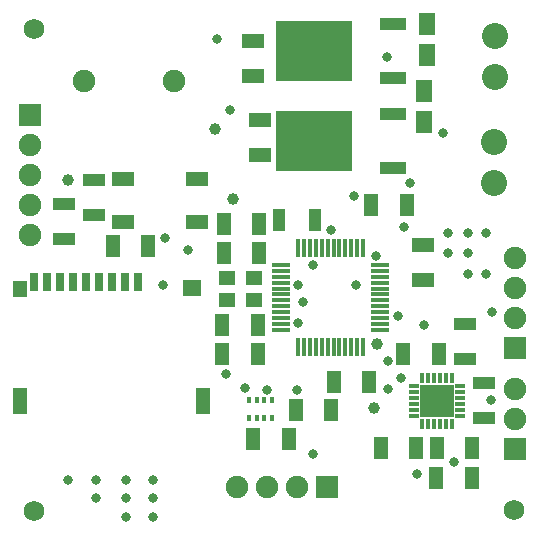
<source format=gts>
G04*
G04 #@! TF.GenerationSoftware,Altium Limited,Altium Designer,21.6.1 (37)*
G04*
G04 Layer_Color=8388736*
%FSLAX25Y25*%
%MOIN*%
G70*
G04*
G04 #@! TF.SameCoordinates,5AA223CE-A3B5-4ABD-9865-E1F73ECA8A72*
G04*
G04*
G04 #@! TF.FilePolarity,Negative*
G04*
G01*
G75*
%ADD17R,0.02756X0.06299*%
%ADD18R,0.04724X0.05512*%
%ADD19R,0.04724X0.08661*%
%ADD20R,0.06299X0.05512*%
%ADD35R,0.07480X0.04331*%
%ADD36R,0.04921X0.07480*%
%ADD37R,0.07480X0.04724*%
%ADD38R,0.05236X0.07480*%
%ADD39R,0.25210X0.20091*%
%ADD40R,0.08819X0.04291*%
%ADD41R,0.07480X0.04921*%
%ADD42R,0.03543X0.01378*%
%ADD43R,0.01378X0.03543*%
%ADD44R,0.11221X0.10827*%
%ADD45R,0.05512X0.04724*%
%ADD46R,0.04331X0.07480*%
%ADD47R,0.01772X0.02362*%
%ADD48R,0.06102X0.01575*%
%ADD49R,0.01575X0.06102*%
%ADD50C,0.08674*%
%ADD51C,0.06800*%
%ADD52C,0.07493*%
%ADD53R,0.07493X0.07493*%
%ADD54R,0.07493X0.07493*%
%ADD55C,0.03162*%
%ADD56C,0.03950*%
D17*
X436811Y301378D02*
D03*
X432480D02*
D03*
X428150D02*
D03*
X423819D02*
D03*
X419488D02*
D03*
X415158D02*
D03*
X410827D02*
D03*
X406496D02*
D03*
X402165D02*
D03*
D18*
X397441Y299016D02*
D03*
D19*
Y261614D02*
D03*
X458465Y261614D02*
D03*
D20*
X454921Y299410D02*
D03*
D35*
X545669Y287402D02*
D03*
Y275591D02*
D03*
X551968Y267717D02*
D03*
Y255906D02*
D03*
X422048Y323622D02*
D03*
Y335433D02*
D03*
X412205Y315748D02*
D03*
Y327559D02*
D03*
D36*
X440157Y313386D02*
D03*
X428346D02*
D03*
X525197Y277559D02*
D03*
X537008D02*
D03*
X548228Y246063D02*
D03*
X536417D02*
D03*
X548031Y236220D02*
D03*
X536220D02*
D03*
X517717Y246063D02*
D03*
X529528D02*
D03*
X514567Y327166D02*
D03*
X526378D02*
D03*
X465355Y320866D02*
D03*
X477166D02*
D03*
X464961Y277559D02*
D03*
X476772D02*
D03*
X501181Y258661D02*
D03*
X489370D02*
D03*
X475197Y249213D02*
D03*
X487008D02*
D03*
X513779Y268110D02*
D03*
X501968D02*
D03*
X464961Y287008D02*
D03*
X476772D02*
D03*
X477165Y311023D02*
D03*
X465354D02*
D03*
D37*
X456299Y321260D02*
D03*
X431890D02*
D03*
Y335827D02*
D03*
X456299D02*
D03*
D38*
X533071Y377166D02*
D03*
D03*
Y387480D02*
D03*
X532283Y364960D02*
D03*
D03*
Y354645D02*
D03*
D39*
X495331Y378346D02*
D03*
Y348425D02*
D03*
D40*
X521654Y387323D02*
D03*
Y369370D02*
D03*
Y357402D02*
D03*
Y339449D02*
D03*
D41*
X475197Y381890D02*
D03*
Y370079D02*
D03*
X531890Y301969D02*
D03*
Y313780D02*
D03*
X477559Y355512D02*
D03*
Y343701D02*
D03*
D42*
X528740Y266732D02*
D03*
Y264764D02*
D03*
Y262795D02*
D03*
Y260827D02*
D03*
Y258858D02*
D03*
Y256890D02*
D03*
X544095D02*
D03*
Y258858D02*
D03*
Y260827D02*
D03*
Y262795D02*
D03*
Y264764D02*
D03*
Y266732D02*
D03*
D43*
X531496Y254134D02*
D03*
X533465D02*
D03*
X535433D02*
D03*
X537402D02*
D03*
X539370D02*
D03*
X541339D02*
D03*
Y269488D02*
D03*
X539370D02*
D03*
X537402D02*
D03*
X535433D02*
D03*
X533465D02*
D03*
X531496D02*
D03*
D44*
X536417Y261811D02*
D03*
D45*
X466546Y302751D02*
D03*
X475601D02*
D03*
X466607Y295242D02*
D03*
X475619Y295306D02*
D03*
D46*
X483858Y322047D02*
D03*
X495669D02*
D03*
D47*
X481496Y255906D02*
D03*
X478937D02*
D03*
X473819D02*
D03*
X481496Y262205D02*
D03*
X478937D02*
D03*
X476378D02*
D03*
Y255906D02*
D03*
X473819Y262205D02*
D03*
D48*
X484350Y307087D02*
D03*
Y305118D02*
D03*
Y303150D02*
D03*
Y301181D02*
D03*
Y299213D02*
D03*
Y297244D02*
D03*
Y295276D02*
D03*
Y293307D02*
D03*
Y291339D02*
D03*
Y289370D02*
D03*
Y287402D02*
D03*
X517618Y307087D02*
D03*
Y305118D02*
D03*
Y303150D02*
D03*
Y301181D02*
D03*
Y299213D02*
D03*
Y297244D02*
D03*
Y295276D02*
D03*
Y293307D02*
D03*
Y291339D02*
D03*
Y289370D02*
D03*
Y287402D02*
D03*
Y285433D02*
D03*
X484350D02*
D03*
D49*
X492126Y279626D02*
D03*
X494095D02*
D03*
X496063D02*
D03*
X498032D02*
D03*
X500000D02*
D03*
X501968D02*
D03*
X503937D02*
D03*
X505905D02*
D03*
X507874D02*
D03*
X509842D02*
D03*
X511811D02*
D03*
X509842Y312894D02*
D03*
X507874D02*
D03*
X505905D02*
D03*
X503937D02*
D03*
X501968D02*
D03*
X500000D02*
D03*
X498032D02*
D03*
X496063D02*
D03*
X494095D02*
D03*
X492126D02*
D03*
X490158D02*
D03*
Y279626D02*
D03*
X511811Y312894D02*
D03*
D50*
X555709Y383465D02*
D03*
Y369685D02*
D03*
X555512Y348031D02*
D03*
Y334252D02*
D03*
D51*
X401968Y385827D02*
D03*
Y225197D02*
D03*
X562008Y225394D02*
D03*
D52*
X469764Y233071D02*
D03*
X479764D02*
D03*
X489764D02*
D03*
X400787Y347008D02*
D03*
Y337008D02*
D03*
Y327008D02*
D03*
Y317008D02*
D03*
X448819Y368504D02*
D03*
X418898D02*
D03*
X562417Y309536D02*
D03*
Y299536D02*
D03*
Y289536D02*
D03*
X562515Y255748D02*
D03*
Y265748D02*
D03*
D53*
X499772Y233056D02*
D03*
D54*
X400802Y357016D02*
D03*
X562402Y279528D02*
D03*
X562500Y245739D02*
D03*
D55*
X552756Y303937D02*
D03*
X546850D02*
D03*
Y311024D02*
D03*
X540158D02*
D03*
X552756Y317717D02*
D03*
X546850D02*
D03*
X540158D02*
D03*
X509449Y300394D02*
D03*
X495276Y307087D02*
D03*
X491732Y294882D02*
D03*
X490158Y300394D02*
D03*
X453543Y312205D02*
D03*
X445276Y300394D02*
D03*
X467323Y358661D02*
D03*
X462992Y382283D02*
D03*
X527559Y334252D02*
D03*
X508661Y329921D02*
D03*
X501181Y318898D02*
D03*
X519685Y376378D02*
D03*
X538583Y351181D02*
D03*
X542126Y241339D02*
D03*
X554331Y262205D02*
D03*
X554724Y291339D02*
D03*
X532283Y287008D02*
D03*
X529921Y237402D02*
D03*
X520079Y265748D02*
D03*
X495276Y244094D02*
D03*
X422835Y229528D02*
D03*
X432677Y223228D02*
D03*
Y229528D02*
D03*
X441732Y223228D02*
D03*
Y229528D02*
D03*
X413386Y235433D02*
D03*
X422835D02*
D03*
X432677D02*
D03*
X441732D02*
D03*
X523622Y290158D02*
D03*
X525591Y319685D02*
D03*
X516142Y310236D02*
D03*
X490158Y287795D02*
D03*
X489764Y265354D02*
D03*
X472441Y266142D02*
D03*
X466142Y270866D02*
D03*
X445669Y316142D02*
D03*
X524409Y269291D02*
D03*
X520079Y275197D02*
D03*
X479921Y265354D02*
D03*
D56*
X413386Y335433D02*
D03*
X468504Y329134D02*
D03*
X462598Y352362D02*
D03*
X516535Y280709D02*
D03*
X515354Y259449D02*
D03*
M02*

</source>
